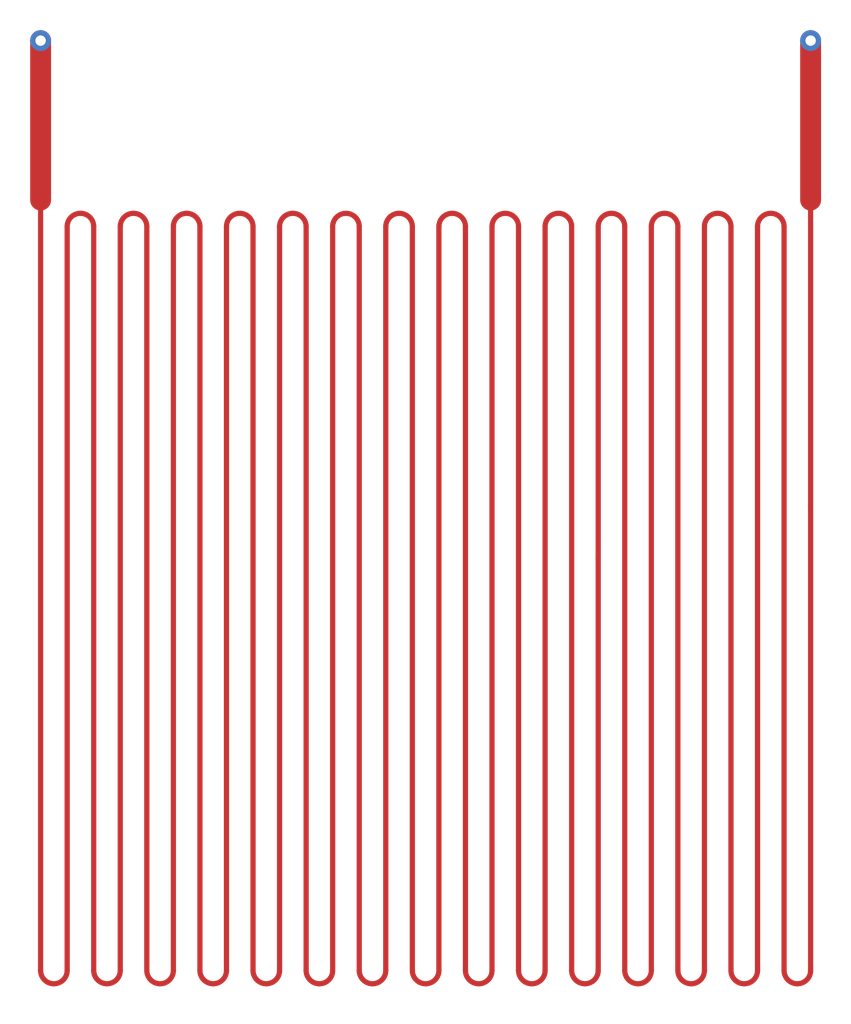
<source format=kicad_pcb>
(kicad_pcb (version 20211014) (generator pcbnew)

  (general
    (thickness 1.6)
  )

  (paper "A4")
  (layers
    (0 "F.Cu" signal)
    (31 "B.Cu" signal)
    (32 "B.Adhes" user "B.Adhesive")
    (33 "F.Adhes" user "F.Adhesive")
    (34 "B.Paste" user)
    (35 "F.Paste" user)
    (36 "B.SilkS" user "B.Silkscreen")
    (37 "F.SilkS" user "F.Silkscreen")
    (38 "B.Mask" user)
    (39 "F.Mask" user)
    (40 "Dwgs.User" user "User.Drawings")
    (41 "Cmts.User" user "User.Comments")
    (42 "Eco1.User" user "User.Eco1")
    (43 "Eco2.User" user "User.Eco2")
    (44 "Edge.Cuts" user)
    (45 "Margin" user)
    (46 "B.CrtYd" user "B.Courtyard")
    (47 "F.CrtYd" user "F.Courtyard")
    (48 "B.Fab" user)
    (49 "F.Fab" user)
    (50 "User.1" user)
    (51 "User.2" user)
    (52 "User.3" user)
    (53 "User.4" user)
    (54 "User.5" user)
    (55 "User.6" user)
    (56 "User.7" user)
    (57 "User.8" user)
    (58 "User.9" user)
  )

  (setup
    (pad_to_mask_clearance 0)
    (pcbplotparams
      (layerselection 0x00010fc_ffffffff)
      (disableapertmacros false)
      (usegerberextensions false)
      (usegerberattributes true)
      (usegerberadvancedattributes true)
      (creategerberjobfile true)
      (svguseinch false)
      (svgprecision 6)
      (excludeedgelayer true)
      (plotframeref false)
      (viasonmask false)
      (mode 1)
      (useauxorigin false)
      (hpglpennumber 1)
      (hpglpenspeed 20)
      (hpglpendiameter 15.000000)
      (dxfpolygonmode true)
      (dxfimperialunits true)
      (dxfusepcbnewfont true)
      (psnegative false)
      (psa4output false)
      (plotreference true)
      (plotvalue true)
      (plotinvisibletext false)
      (sketchpadsonfab false)
      (subtractmaskfromsilk false)
      (outputformat 1)
      (mirror false)
      (drillshape 1)
      (scaleselection 1)
      (outputdirectory "")
    )
  )

  (net 0 "")

  (gr_rect (start 76.2 31.75) (end 157.48 129.54) (layer "Margin") (width 0.15) (fill none) (tstamp ad8c2a20-27d0-4e2a-aabf-44a509bf342a))

  (segment (start 140.97 53.34) (end 140.97 124.46) (width 0.5) (layer "F.Cu") (net 0) (tstamp 0d59e599-b94e-435f-9e54-956016dc7e5f))
  (segment (start 105.41 53.34) (end 105.41 124.46) (width 0.5) (layer "F.Cu") (net 0) (tstamp 0ec764f3-2f05-4872-a29d-425dc9938db0))
  (segment (start 146.05 53.34) (end 146.05 124.46) (width 0.5) (layer "F.Cu") (net 0) (tstamp 0f371681-77db-4e19-9448-600fee460683))
  (segment (start 138.43 124.46) (end 138.43 53.34) (width 0.5) (layer "F.Cu") (net 0) (tstamp 1bc58325-a39f-4d73-ad79-8beeb9f2dc90))
  (segment (start 143.51 124.46) (end 143.51 53.34) (width 0.5) (layer "F.Cu") (net 0) (tstamp 220df747-844a-4fa5-97a9-2164602db5b5))
  (segment (start 123.19 124.46) (end 123.19 53.34) (width 0.5) (layer "F.Cu") (net 0) (tstamp 2bef523b-04b9-4289-a340-ea4fa60ec1f0))
  (segment (start 90.17 53.34) (end 90.17 124.46) (width 0.5) (layer "F.Cu") (net 0) (tstamp 2f6bd091-57cb-431c-8e90-c74a7fc5b537))
  (segment (start 80.01 50.8) (end 80.01 35.56) (width 2) (layer "F.Cu") (net 0) (tstamp 36d0cc07-ecf9-4692-b234-84fa8f075eaa))
  (segment (start 151.13 53.34) (end 151.13 124.46) (width 0.5) (layer "F.Cu") (net 0) (tstamp 3d54ea32-1574-4266-9aea-c851610f03ae))
  (segment (start 80.01 50.8) (end 80.01 124.46) (width 0.5) (layer "F.Cu") (net 0) (tstamp 433d7f98-e533-4904-99ba-9fd12211df39))
  (segment (start 153.67 80.01) (end 153.67 50.8) (width 0.5) (layer "F.Cu") (net 0) (tstamp 488ce2df-afa0-4ffc-98dc-ef9ace0b6006))
  (segment (start 102.87 124.46) (end 102.87 53.34) (width 0.5) (layer "F.Cu") (net 0) (tstamp 4c05743d-ca2c-4578-8248-101d27f25bea))
  (segment (start 107.95 124.46) (end 107.95 53.34) (width 0.5) (layer "F.Cu") (net 0) (tstamp 4d824ee1-371a-4f7d-b09e-313a4aa99beb))
  (segment (start 125.73 53.34) (end 125.73 124.46) (width 0.5) (layer "F.Cu") (net 0) (tstamp 5face65d-a261-405b-830e-ed9f21059c00))
  (segment (start 85.09 53.34) (end 85.09 124.46) (width 0.5) (layer "F.Cu") (net 0) (tstamp 68aab86b-696a-4346-9489-d4d135c77be1))
  (segment (start 100.33 53.34) (end 100.33 124.46) (width 0.5) (layer "F.Cu") (net 0) (tstamp 69767b84-1d6c-49af-9708-56f193501f05))
  (segment (start 133.35 85.09) (end 133.35 53.34) (width 0.5) (layer "F.Cu") (net 0) (tstamp 6af4f68d-10c2-4ffa-8d05-fac940ecc9e6))
  (segment (start 92.71 124.46) (end 92.71 53.34) (width 0.5) (layer "F.Cu") (net 0) (tstamp 76b499e5-7e1b-41fd-aad8-abdd45418f5d))
  (segment (start 135.89 53.34) (end 135.89 124.46) (width 0.5) (layer "F.Cu") (net 0) (tstamp 77ab0e0c-8e05-4cdf-8deb-dc2f68d88d78))
  (segment (start 153.67 35.56) (end 153.67 50.8) (width 2) (layer "F.Cu") (net 0) (tstamp 7e005700-39fa-4c6a-8bc5-a3a3f80e7426))
  (segment (start 128.27 124.46) (end 128.27 53.34) (width 0.5) (layer "F.Cu") (net 0) (tstamp 96efd0de-4dbc-4aa0-846d-330473b4e03e))
  (segment (start 97.79 124.46) (end 97.79 53.34) (width 0.5) (layer "F.Cu") (net 0) (tstamp b2229a33-c86b-4682-9571-ac930b16141e))
  (segment (start 118.11 124.46) (end 118.11 53.34) (width 0.5) (layer "F.Cu") (net 0) (tstamp b2edf415-a9e1-4259-9dfb-22f1622ae1f6))
  (segment (start 87.63 124.46) (end 87.63 53.34) (width 0.5) (layer "F.Cu") (net 0) (tstamp c0cd8305-81a1-4971-b8b4-16d72e493cbd))
  (segment (start 120.65 53.34) (end 120.65 124.46) (width 0.5) (layer "F.Cu") (net 0) (tstamp cb7a6b9d-0ec2-4bbb-abd0-db0a2878cc16))
  (segment (start 82.55 124.46) (end 82.55 53.34) (width 0.5) (layer "F.Cu") (net 0) (tstamp cf547981-c7e1-45c7-9dbb-d45579bea9b6))
  (segment (start 113.03 124.46) (end 113.03 53.34) (width 0.5) (layer "F.Cu") (net 0) (tstamp d167ba50-93e5-496a-83ff-ba7c2266adb3))
  (segment (start 130.81 53.34) (end 130.81 124.46) (width 0.5) (layer "F.Cu") (net 0) (tstamp d55287a4-91f7-4f80-b8c0-d75395c72e7e))
  (segment (start 115.57 53.34) (end 115.57 124.46) (width 0.5) (layer "F.Cu") (net 0) (tstamp dc7c025c-2f1f-4e80-ae7c-18f81c1671c1))
  (segment (start 153.67 124.46) (end 153.67 80.01) (width 0.5) (layer "F.Cu") (net 0) (tstamp e66fc0f6-9902-4ea1-8c93-0b9c187d3836))
  (segment (start 133.35 124.46) (end 133.35 85.09) (width 0.5) (layer "F.Cu") (net 0) (tstamp ef77b44e-45e6-4dd4-ac93-898b9c20b7f6))
  (segment (start 110.49 53.34) (end 110.49 124.46) (width 0.5) (layer "F.Cu") (net 0) (tstamp f6a34e14-0cbf-495f-841e-6e13163ade36))
  (segment (start 95.25 53.34) (end 95.25 124.46) (width 0.5) (layer "F.Cu") (net 0) (tstamp fafce48d-0a16-42fd-a2f4-d37a8102092d))
  (segment (start 148.59 124.46) (end 148.59 53.34) (width 0.5) (layer "F.Cu") (net 0) (tstamp fd31138b-3221-470e-9046-0e87d386ddb5))
  (via (at 80.01 35.56) (size 2) (drill 1) (layers "F.Cu" "B.Cu") (net 0) (tstamp 2e9132dd-e656-451b-85d4-6046c08e19e3))
  (via (at 153.67 35.56) (size 2) (drill 1) (layers "F.Cu" "B.Cu") (net 0) (tstamp db8fb3df-5357-4835-9c22-6816407ca789))
  (arc (start 83.82 52.07) (mid 84.718026 52.441974) (end 85.09 53.34) (width 0.5) (layer "F.Cu") (net 0) (tstamp 018c8c4c-7d14-4b9f-9b9a-6da2d33e50e6))
  (arc (start 88.9 52.07) (mid 89.798026 52.441974) (end 90.17 53.34) (width 0.5) (layer "F.Cu") (net 0) (tstamp 0390da29-df8d-4302-8341-66562816f072))
  (arc (start 91.44 125.73) (mid 92.338026 125.358026) (end 92.71 124.46) (width 0.5) (layer "F.Cu") (net 0) (tstamp 047b355d-3143-4818-92e2-5082e5e2e9eb))
  (arc (start 85.09 124.46) (mid 85.461974 125.358026) (end 86.36 125.73) (width 0.5) (layer "F.Cu") (net 0) (tstamp 04aecf74-37e7-4ebb-abc5-960dfecfafda))
  (arc (start 107.95 53.34) (mid 108.321974 52.441974) (end 109.22 52.07) (width 0.5) (layer "F.Cu") (net 0) (tstamp 055d96dc-3da7-4115-9519-31a26d599119))
  (arc (start 139.7 52.07) (mid 140.598026 52.441974) (end 140.97 53.34) (width 0.5) (layer "F.Cu") (net 0) (tstamp 06e8fa04-2613-408a-ac3b-50c4c1eee7e8))
  (arc (start 115.57 124.46) (mid 115.941974 125.358026) (end 116.84 125.73) (width 0.5) (layer "F.Cu") (net 0) (tstamp 06f470f3-9a44-47a3-b145-4f9fadb9f623))
  (arc (start 118.11 53.34) (mid 118.481974 52.441974) (end 119.38 52.07) (width 0.5) (layer "F.Cu") (net 0) (tstamp 0a6b4473-049f-4f2a-afee-134636347e52))
  (arc (start 110.49 124.46) (mid 110.861974 125.358026) (end 111.76 125.73) (width 0.5) (layer "F.Cu") (net 0) (tstamp 0a750d23-8255-4706-bfdd-67098b93caac))
  (arc (start 146.05 124.46) (mid 146.421974 125.358026) (end 147.32 125.73) (width 0.5) (layer "F.Cu") (net 0) (tstamp 0b25e28d-499d-413e-a9a8-ce89a0384fc6))
  (arc (start 144.78 52.07) (mid 145.678026 52.441974) (end 146.05 53.34) (width 0.5) (layer "F.Cu") (net 0) (tstamp 0cd8fcfa-1aef-4c66-bd9a-56f62f2442e4))
  (arc (start 143.51 53.34) (mid 143.881974 52.441974) (end 144.78 52.07) (width 0.5) (layer "F.Cu") (net 0) (tstamp 0d97e9cd-c31a-4ad5-a968-c012e35fc182))
  (arc (start 135.89 124.46) (mid 136.261974 125.358026) (end 137.16 125.73) (width 0.5) (layer "F.Cu") (net 0) (tstamp 12d28de2-a364-44f7-979c-c13136e26941))
  (arc (start 127 125.73) (mid 127.898026 125.358026) (end 128.27 124.46) (width 0.5) (layer "F.Cu") (net 0) (tstamp 13d822c7-f115-4973-af5f-a108ecd48b1d))
  (arc (start 109.22 52.07) (mid 110.118026 52.441974) (end 110.49 53.34) (width 0.5) (layer "F.Cu") (net 0) (tstamp 1d0e0bff-30cf-4d8e-8577-7a1cc8011177))
  (arc (start 120.65 124.46) (mid 121.021974 125.358026) (end 121.92 125.73) (width 0.5) (layer "F.Cu") (net 0) (tstamp 1f4dc4d7-e22d-4e6f-937a-27e73d2c1ce6))
  (arc (start 82.55 53.34) (mid 82.921974 52.441974) (end 83.82 52.07) (width 0.5) (layer "F.Cu") (net 0) (tstamp 287af3ea-8409-4cc0-a847-4c0ca5da7700))
  (arc (start 80.01 124.46) (mid 80.381974 125.358026) (end 81.28 125.73) (width 0.5) (layer "F.Cu") (net 0) (tstamp 2e67e387-1120-4d27-9ee2-d62c2b847a77))
  (arc (start 106.68 125.73) (mid 107.578026 125.358026) (end 107.95 124.46) (width 0.5) (layer "F.Cu") (net 0) (tstamp 2f569c7e-3775-4f8d-8c19-c1b6dc5d12f0))
  (arc (start 132.08 125.73) (mid 132.978026 125.358026) (end 133.35 124.46) (width 0.5) (layer "F.Cu") (net 0) (tstamp 35b6f243-c83b-4f9d-acd0-0324b3145a4f))
  (arc (start 104.14 52.07) (mid 105.038026 52.441974) (end 105.41 53.34) (width 0.5) (layer "F.Cu") (net 0) (tstamp 375c7d27-45cb-4edf-826b-f384d751e656))
  (arc (start 97.79 53.34) (mid 98.161974 52.441974) (end 99.06 52.07) (width 0.5) (layer "F.Cu") (net 0) (tstamp 3dbfa5e5-d564-422f-ab06-2c8b4f391fb1))
  (arc (start 148.59 53.34) (mid 148.961974 52.441974) (end 149.86 52.07) (width 0.5) (layer "F.Cu") (net 0) (tstamp 4eaa6256-70ea-471d-9c2a-dec5a5916136))
  (arc (start 95.25 124.46) (mid 95.621974 125.358026) (end 96.52 125.73) (width 0.5) (layer "F.Cu") (net 0) (tstamp 52f9f6d7-3383-410e-9e88-e6aea7ef29cc))
  (arc (start 81.28 125.73) (mid 82.178026 125.358026) (end 82.55 124.46) (width 0.5) (layer "F.Cu") (net 0) (tstamp 57d649bc-2bd8-4811-b6f0-d1d3ca506b54))
  (arc (start 87.63 53.34) (mid 88.001974 52.441974) (end 88.9 52.07) (width 0.5) (layer "F.Cu") (net 0) (tstamp 57ddd3a8-5946-44c8-9f80-e13ae471aa7b))
  (arc (start 113.03 53.34) (mid 113.401974 52.441974) (end 114.3 52.07) (width 0.5) (layer "F.Cu") (net 0) (tstamp 5a4aaba1-d798-4f32-a17e-33b9d8aaf69a))
  (arc (start 138.43 53.34) (mid 138.801974 52.441974) (end 139.7 52.07) (width 0.5) (layer "F.Cu") (net 0) (tstamp 7220e6c6-9f24-40ab-8029-557db97a64eb))
  (arc (start 111.76 125.73) (mid 112.658026 125.358026) (end 113.03 124.46) (width 0.5) (layer "F.Cu") (net 0) (tstamp 7ac82f10-7b6b-4da9-b631-0d0f4505b040))
  (arc (start 134.62 52.07) (mid 135.518026 52.441974) (end 135.89 53.34) (width 0.5) (layer "F.Cu") (net 0) (tstamp 7d309143-3f77-4ee1-a82c-c7b24bfd1d74))
  (arc (start 125.73 124.46) (mid 126.101974 125.358026) (end 127 125.73) (width 0.5) (layer "F.Cu") (net 0) (tstamp 80257708-9bd0-47aa-b99f-40c6185586fd))
  (arc (start 114.3 52.07) (mid 115.198026 52.441974) (end 115.57 53.34) (width 0.5) (layer "F.Cu") (net 0) (tstamp 80840c68-edac-41b3-b56c-e3053f5dd958))
  (arc (start 86.36 125.73) (mid 87.258026 125.358026) (end 87.63 124.46) (width 0.5) (layer "F.Cu") (net 0) (tstamp 85859ca9-e9f2-4156-85fd-59f286c84c77))
  (arc (start 152.4 125.73) (mid 153.298026 125.358026) (end 153.67 124.46) (width 0.5) (layer "F.Cu") (net 0) (tstamp 87265742-d425-44b7-805e-7b30d98384f0))
  (arc (start 93.98 52.07) (mid 94.878026 52.441974) (end 95.25 53.34) (width 0.5) (layer "F.Cu") (net 0) (tstamp 89848f66-2cc6-4a0f-8ab9-3f521aea372b))
  (arc (start 119.38 52.07) (mid 120.278026 52.441974) (end 120.65 53.34) (width 0.5) (layer "F.Cu") (net 0) (tstamp 8c64f712-57aa-451e-b46c-363ac4589bc5))
  (arc (start 137.16 125.73) (mid 138.058026 125.358026) (end 138.43 124.46) (width 0.5) (layer "F.Cu") (net 0) (tstamp 8e36c429-be83-4fb5-9ac7-ae90706fc4b9))
  (arc (start 105.41 124.46) (mid 105.781974 125.358026) (end 106.68 125.73) (width 0.5) (layer "F.Cu") (net 0) (tstamp 906d1f88-5d7c-4c33-b1a3-4277eeeeed3d))
  (arc (start 130.81 124.46) (mid 131.181974 125.358026) (end 132.08 125.73) (width 0.5) (layer "F.Cu") (net 0) (tstamp 951e4611-9ae5-43bb-a195-9e38d60cbec3))
  (arc (start 121.92 125.73) (mid 122.818026 125.358026) (end 123.19 124.46) (width 0.5) (layer "F.Cu") (net 0) (tstamp 964f6050-c508-4f86-b56b-bb8316c1ff1f))
  (arc (start 92.71 53.34) (mid 93.081974 52.441974) (end 93.98 52.07) (width 0.5) (layer "F.Cu") (net 0) (tstamp 99300ab1-b8ab-4de8-869a-4866bca12d95))
  (arc (start 133.35 53.34) (mid 133.721974 52.441974) (end 134.62 52.07) (width 0.5) (layer "F.Cu") (net 0) (tstamp a378c5a0-5088-46ff-a5e6-8730c74d9527))
  (arc (start 101.6 125.73) (mid 102.498026 125.358026) (end 102.87 124.46) (width 0.5) (layer "F.Cu") (net 0) (tstamp ad78eef0-dbd3-425f-9009-9b5dd4f6a36a))
  (arc (start 123.19 53.34) (mid 123.561974 52.441974) (end 124.46 52.07) (width 0.5) (layer "F.Cu") (net 0) (tstamp b75ae292-7f35-483b-a499-95c47e26e9a6))
  (arc (start 102.87 53.34) (mid 103.241974 52.441974) (end 104.14 52.07) (width 0.5) (layer "F.Cu") (net 0) (tstamp bb42cafd-0fd7-4725-a4ef-425692180cd4))
  (arc (start 151.13 124.46) (mid 151.501974 125.358026) (end 152.4 125.73) (width 0.5) (layer "F.Cu") (net 0) (tstamp c1e2e2a2-9457-4682-9097-deeecfafc376))
  (arc (start 128.27 53.34) (mid 128.641974 52.441974) (end 129.54 52.07) (width 0.5) (layer "F.Cu") (net 0) (tstamp c2ab3338-a17d-44b7-8b25-7531fbae461f))
  (arc (start 149.86 52.07) (mid 150.758026 52.441974) (end 151.13 53.34) (width 0.5) (layer "F.Cu") (net 0) (tstamp c5d70d94-88de-469b-8462-b15a1a6aeae5))
  (arc (start 124.46 52.07) (mid 125.358026 52.441974) (end 125.73 53.34) (width 0.5) (layer "F.Cu") (net 0) (tstamp d2777d50-2846-4f9e-a2e5-d789b5a646db))
  (arc (start 142.24 125.73) (mid 143.138026 125.358026) (end 143.51 124.46) (width 0.5) (layer "F.Cu") (net 0) (tstamp d4e5ef09-2840-45f7-8998-89f90cacdae7))
  (arc (start 140.97 124.46) (mid 141.341974 125.358026) (end 142.24 125.73) (width 0.5) (layer "F.Cu") (net 0) (tstamp d786e9ea-45cb-4e91-9861-7ee6911b4f56))
  (arc (start 147.32 125.73) (mid 148.218026 125.358026) (end 148.59 124.46) (width 0.5) (layer "F.Cu") (net 0) (tstamp e4d51fa4-c968-4b27-af38-827ba8001a71))
  (arc (start 96.52 125.73) (mid 97.418026 125.358026) (end 97.79 124.46) (width 0.5) (layer "F.Cu") (net 0) (tstamp e54d2ba6-f0bc-4d26-b83d-2239e7d615bc))
  (arc (start 116.84 125.73) (mid 117.738026 125.358026) (end 118.11 124.46) (width 0.5) (layer "F.Cu") (net 0) (tstamp e752411d-faa7-481e-9a2c-94bb87ca5598))
  (arc (start 100.33 124.46) (mid 100.701974 125.358026) (end 101.6 125.73) (width 0.5) (layer "F.Cu") (net 0) (tstamp e94f0b70-dc0b-4704-9ef4-9432c75ef09c))
  (arc (start 90.17 124.46) (mid 90.541974 125.358026) (end 91.44 125.73) (width 0.5) (layer "F.Cu") (net 0) (tstamp ea6f8e70-1502-462f-bbfa-c3c916bbd2d1))
  (arc (start 129.54 52.07) (mid 130.438026 52.441974) (end 130.81 53.34) (width 0.5) (layer "F.Cu") (net 0) (tstamp ea9e625f-c86b-46c2-baa1-dfc8de811ea7))
  (arc (start 99.06 52.07) (mid 99.958026 52.441974) (end 100.33 53.34) (width 0.5) (layer "F.Cu") (net 0) (tstamp f9ed26ec-e103-439f-be3f-f2b5454940a0))

)

</source>
